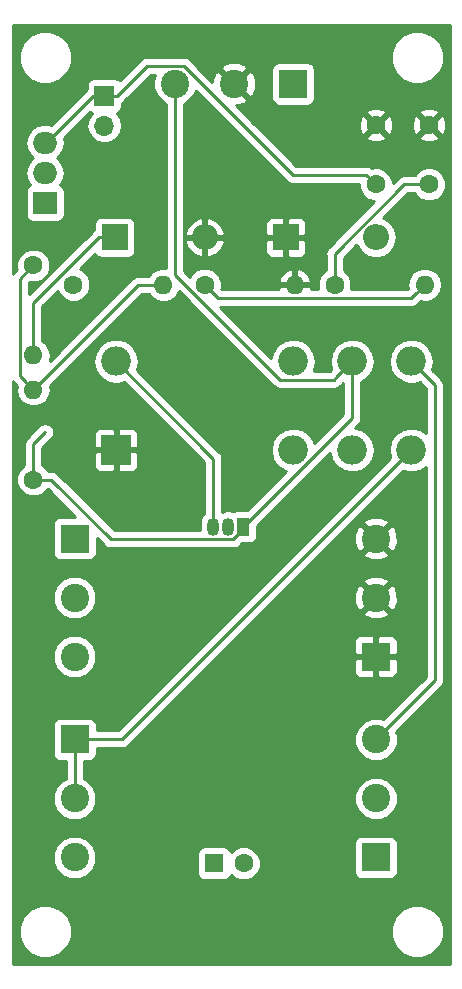
<source format=gbr>
G04 #@! TF.GenerationSoftware,KiCad,Pcbnew,(5.0.0)*
G04 #@! TF.CreationDate,2018-11-09T21:51:42+01:00*
G04 #@! TF.ProjectId,PSUCompanion,505355436F6D70616E696F6E2E6B6963,rev?*
G04 #@! TF.SameCoordinates,Original*
G04 #@! TF.FileFunction,Copper,L2,Bot,Signal*
G04 #@! TF.FilePolarity,Positive*
%FSLAX46Y46*%
G04 Gerber Fmt 4.6, Leading zero omitted, Abs format (unit mm)*
G04 Created by KiCad (PCBNEW (5.0.0)) date 11/09/18 21:51:42*
%MOMM*%
%LPD*%
G01*
G04 APERTURE LIST*
G04 #@! TA.AperFunction,ComponentPad*
%ADD10C,1.600000*%
G04 #@! TD*
G04 #@! TA.AperFunction,ComponentPad*
%ADD11O,1.600000X1.600000*%
G04 #@! TD*
G04 #@! TA.AperFunction,ComponentPad*
%ADD12C,2.400000*%
G04 #@! TD*
G04 #@! TA.AperFunction,ComponentPad*
%ADD13R,2.400000X2.400000*%
G04 #@! TD*
G04 #@! TA.AperFunction,ComponentPad*
%ADD14R,2.000000X1.905000*%
G04 #@! TD*
G04 #@! TA.AperFunction,ComponentPad*
%ADD15O,2.000000X1.905000*%
G04 #@! TD*
G04 #@! TA.AperFunction,ComponentPad*
%ADD16R,2.500000X2.500000*%
G04 #@! TD*
G04 #@! TA.AperFunction,ComponentPad*
%ADD17O,2.500000X2.500000*%
G04 #@! TD*
G04 #@! TA.AperFunction,ComponentPad*
%ADD18R,1.600000X1.600000*%
G04 #@! TD*
G04 #@! TA.AperFunction,ComponentPad*
%ADD19O,1.050000X1.500000*%
G04 #@! TD*
G04 #@! TA.AperFunction,ComponentPad*
%ADD20R,1.050000X1.500000*%
G04 #@! TD*
G04 #@! TA.AperFunction,ComponentPad*
%ADD21R,2.200000X2.200000*%
G04 #@! TD*
G04 #@! TA.AperFunction,ComponentPad*
%ADD22O,2.200000X2.200000*%
G04 #@! TD*
G04 #@! TA.AperFunction,ComponentPad*
%ADD23R,1.700000X1.700000*%
G04 #@! TD*
G04 #@! TA.AperFunction,ComponentPad*
%ADD24O,1.700000X1.700000*%
G04 #@! TD*
G04 #@! TA.AperFunction,Conductor*
%ADD25C,0.250000*%
G04 #@! TD*
G04 #@! TA.AperFunction,Conductor*
%ADD26C,0.254000*%
G04 #@! TD*
G04 APERTURE END LIST*
D10*
G04 #@! TO.P,R3,1*
G04 #@! TO.N,Net-(Q1-Pad2)*
X23380000Y-40000000D03*
D11*
G04 #@! TO.P,R3,2*
G04 #@! TO.N,Net-(C3-Pad1)*
X31000000Y-40000000D03*
G04 #@! TD*
G04 #@! TO.P,R2,2*
G04 #@! TO.N,Net-(D1-Pad1)*
X20000000Y-46000000D03*
D10*
G04 #@! TO.P,R2,1*
G04 #@! TO.N,Net-(C3-Pad1)*
X20000000Y-38380000D03*
G04 #@! TD*
D12*
G04 #@! TO.P,J3,3*
G04 #@! TO.N,/+12_out*
X23500000Y-88500000D03*
G04 #@! TO.P,J3,2*
X23500000Y-83500000D03*
D13*
G04 #@! TO.P,J3,1*
X23500000Y-78500000D03*
G04 #@! TD*
D14*
G04 #@! TO.P,U1,1*
G04 #@! TO.N,Net-(R4-Pad1)*
X21000000Y-33080000D03*
D15*
G04 #@! TO.P,U1,2*
G04 #@! TO.N,/+5_out*
X21000000Y-30540000D03*
G04 #@! TO.P,U1,3*
G04 #@! TO.N,Net-(C1-Pad1)*
X21000000Y-28000000D03*
G04 #@! TD*
D12*
G04 #@! TO.P,J2,3*
G04 #@! TO.N,/+5_out*
X23500000Y-71500000D03*
G04 #@! TO.P,J2,2*
X23500000Y-66500000D03*
D13*
G04 #@! TO.P,J2,1*
X23500000Y-61500000D03*
G04 #@! TD*
D12*
G04 #@! TO.P,J4,3*
G04 #@! TO.N,/COM*
X49000000Y-61500000D03*
G04 #@! TO.P,J4,2*
X49000000Y-66500000D03*
D13*
G04 #@! TO.P,J4,1*
X49000000Y-71500000D03*
G04 #@! TD*
D12*
G04 #@! TO.P,J5,3*
G04 #@! TO.N,/-12_out*
X49000000Y-78500000D03*
G04 #@! TO.P,J5,2*
X49000000Y-83500000D03*
D13*
G04 #@! TO.P,J5,1*
X49000000Y-88500000D03*
G04 #@! TD*
D12*
G04 #@! TO.P,J1,3*
G04 #@! TO.N,/-12_in*
X32000000Y-23000000D03*
G04 #@! TO.P,J1,2*
G04 #@! TO.N,/COM*
X37000000Y-23000000D03*
D13*
G04 #@! TO.P,J1,1*
G04 #@! TO.N,/+12_in*
X42000000Y-23000000D03*
G04 #@! TD*
D16*
G04 #@! TO.P,RL1,1*
G04 #@! TO.N,/COM*
X27000000Y-54000000D03*
D17*
G04 #@! TO.P,RL1,2*
G04 #@! TO.N,N/C*
X42000000Y-54000000D03*
G04 #@! TO.P,RL1,3*
G04 #@! TO.N,/+12_in*
X47000000Y-54000000D03*
G04 #@! TO.P,RL1,4*
G04 #@! TO.N,/+12_out*
X52000000Y-54000000D03*
G04 #@! TO.P,RL1,5*
G04 #@! TO.N,/-12_out*
X52000000Y-46500000D03*
G04 #@! TO.P,RL1,6*
G04 #@! TO.N,/-12_in*
X47000000Y-46500000D03*
G04 #@! TO.P,RL1,7*
G04 #@! TO.N,N/C*
X42000000Y-46500000D03*
G04 #@! TO.P,RL1,8*
G04 #@! TO.N,Net-(D2-Pad2)*
X27000000Y-46500000D03*
G04 #@! TD*
D18*
G04 #@! TO.P,C3,1*
G04 #@! TO.N,Net-(C3-Pad1)*
X35300000Y-89000000D03*
D10*
G04 #@! TO.P,C3,2*
G04 #@! TO.N,/-12_in*
X37800000Y-89000000D03*
G04 #@! TD*
D19*
G04 #@! TO.P,Q1,2*
G04 #@! TO.N,Net-(Q1-Pad2)*
X36500000Y-60500000D03*
G04 #@! TO.P,Q1,3*
G04 #@! TO.N,Net-(D2-Pad2)*
X35230000Y-60500000D03*
D20*
G04 #@! TO.P,Q1,1*
G04 #@! TO.N,/-12_in*
X37770000Y-60500000D03*
G04 #@! TD*
D10*
G04 #@! TO.P,C1,1*
G04 #@! TO.N,Net-(C1-Pad1)*
X49000000Y-31500000D03*
G04 #@! TO.P,C1,2*
G04 #@! TO.N,/COM*
X49000000Y-26500000D03*
G04 #@! TD*
G04 #@! TO.P,C2,2*
G04 #@! TO.N,/COM*
X53500000Y-26500000D03*
G04 #@! TO.P,C2,1*
G04 #@! TO.N,/+5_out*
X53500000Y-31500000D03*
G04 #@! TD*
D21*
G04 #@! TO.P,D1,1*
G04 #@! TO.N,Net-(D1-Pad1)*
X26880000Y-36000000D03*
D22*
G04 #@! TO.P,D1,2*
G04 #@! TO.N,/COM*
X34500000Y-36000000D03*
G04 #@! TD*
G04 #@! TO.P,D2,2*
G04 #@! TO.N,Net-(D2-Pad2)*
X49000000Y-36000000D03*
D21*
G04 #@! TO.P,D2,1*
G04 #@! TO.N,/COM*
X41380000Y-36000000D03*
G04 #@! TD*
D11*
G04 #@! TO.P,R1,2*
G04 #@! TO.N,Net-(C3-Pad1)*
X20000000Y-48880000D03*
D10*
G04 #@! TO.P,R1,1*
G04 #@! TO.N,/-12_in*
X20000000Y-56500000D03*
G04 #@! TD*
G04 #@! TO.P,R4,1*
G04 #@! TO.N,Net-(R4-Pad1)*
X34500000Y-40000000D03*
D11*
G04 #@! TO.P,R4,2*
G04 #@! TO.N,/COM*
X42120000Y-40000000D03*
G04 #@! TD*
D10*
G04 #@! TO.P,R5,1*
G04 #@! TO.N,/+5_out*
X45500000Y-40000000D03*
D11*
G04 #@! TO.P,R5,2*
G04 #@! TO.N,Net-(R4-Pad1)*
X53120000Y-40000000D03*
G04 #@! TD*
D23*
G04 #@! TO.P,J6,1*
G04 #@! TO.N,Net-(C1-Pad1)*
X26000000Y-24000000D03*
D24*
G04 #@! TO.P,J6,2*
G04 #@! TO.N,/+12_out*
X26000000Y-26540000D03*
G04 #@! TD*
D25*
G04 #@! TO.N,/+5_out*
X51390998Y-31500000D02*
X53500000Y-31500000D01*
X45500000Y-37390998D02*
X51390998Y-31500000D01*
X45500000Y-40000000D02*
X45500000Y-37390998D01*
G04 #@! TO.N,Net-(C3-Pad1)*
X19200001Y-48080001D02*
X20000000Y-48880000D01*
X18874999Y-47754999D02*
X19200001Y-48080001D01*
X18874999Y-39505001D02*
X18874999Y-47754999D01*
X20000000Y-38380000D02*
X18874999Y-39505001D01*
X28880000Y-40000000D02*
X31000000Y-40000000D01*
X20000000Y-48880000D02*
X28880000Y-40000000D01*
G04 #@! TO.N,Net-(D1-Pad1)*
X25530000Y-36000000D02*
X26880000Y-36000000D01*
X20000000Y-41530000D02*
X25530000Y-36000000D01*
X20000000Y-46000000D02*
X20000000Y-41530000D01*
G04 #@! TO.N,Net-(D2-Pad2)*
X35230000Y-54730000D02*
X27000000Y-46500000D01*
X35230000Y-60500000D02*
X35230000Y-54730000D01*
G04 #@! TO.N,/+12_out*
X23500000Y-78500000D02*
X23500000Y-83500000D01*
X27500000Y-78500000D02*
X52000000Y-54000000D01*
X23500000Y-78500000D02*
X27500000Y-78500000D01*
G04 #@! TO.N,Net-(R4-Pad1)*
X52320001Y-40799999D02*
X53120000Y-40000000D01*
X51994999Y-41125001D02*
X52320001Y-40799999D01*
X35625001Y-41125001D02*
X51994999Y-41125001D01*
X34500000Y-40000000D02*
X35625001Y-41125001D01*
G04 #@! TO.N,/-12_in*
X20000000Y-53500000D02*
X20000000Y-56500000D01*
X21000000Y-52500000D02*
X20000000Y-53500000D01*
X21131370Y-56500000D02*
X20000000Y-56500000D01*
X21485002Y-56500000D02*
X21131370Y-56500000D01*
X26560012Y-61575010D02*
X21485002Y-56500000D01*
X36919990Y-61575010D02*
X26560012Y-61575010D01*
X37770000Y-60725000D02*
X36919990Y-61575010D01*
X37770000Y-60500000D02*
X37770000Y-60725000D01*
X47000000Y-51270000D02*
X37770000Y-60500000D01*
X47000000Y-46500000D02*
X47000000Y-51270000D01*
X45750001Y-47749999D02*
X47000000Y-46500000D01*
X45424999Y-48075001D02*
X45750001Y-47749999D01*
X40909999Y-48075001D02*
X45424999Y-48075001D01*
X32000000Y-39165002D02*
X40909999Y-48075001D01*
X32000000Y-23000000D02*
X32000000Y-39165002D01*
G04 #@! TO.N,/-12_out*
X50199999Y-77300001D02*
X49000000Y-78500000D01*
X54000000Y-73500000D02*
X50199999Y-77300001D01*
X54000000Y-48500000D02*
X54000000Y-73500000D01*
X52000000Y-46500000D02*
X54000000Y-48500000D01*
G04 #@! TO.N,Net-(C1-Pad1)*
X25047500Y-24000000D02*
X26000000Y-24000000D01*
X21047500Y-28000000D02*
X25047500Y-24000000D01*
X21000000Y-28000000D02*
X21047500Y-28000000D01*
X27100000Y-24000000D02*
X26000000Y-24000000D01*
X29625001Y-21474999D02*
X27100000Y-24000000D01*
X32732001Y-21474999D02*
X29625001Y-21474999D01*
X41957003Y-30700001D02*
X32732001Y-21474999D01*
X48200001Y-30700001D02*
X41957003Y-30700001D01*
X49000000Y-31500000D02*
X48200001Y-30700001D01*
G04 #@! TD*
D26*
G04 #@! TO.N,/COM*
G36*
X55265001Y-97515000D02*
X18235000Y-97515000D01*
X18235000Y-94305431D01*
X18765000Y-94305431D01*
X18765000Y-95194569D01*
X19105259Y-96016026D01*
X19733974Y-96644741D01*
X20555431Y-96985000D01*
X21444569Y-96985000D01*
X22266026Y-96644741D01*
X22894741Y-96016026D01*
X23235000Y-95194569D01*
X23235000Y-94305431D01*
X50265000Y-94305431D01*
X50265000Y-95194569D01*
X50605259Y-96016026D01*
X51233974Y-96644741D01*
X52055431Y-96985000D01*
X52944569Y-96985000D01*
X53766026Y-96644741D01*
X54394741Y-96016026D01*
X54735000Y-95194569D01*
X54735000Y-94305431D01*
X54394741Y-93483974D01*
X53766026Y-92855259D01*
X52944569Y-92515000D01*
X52055431Y-92515000D01*
X51233974Y-92855259D01*
X50605259Y-93483974D01*
X50265000Y-94305431D01*
X23235000Y-94305431D01*
X22894741Y-93483974D01*
X22266026Y-92855259D01*
X21444569Y-92515000D01*
X20555431Y-92515000D01*
X19733974Y-92855259D01*
X19105259Y-93483974D01*
X18765000Y-94305431D01*
X18235000Y-94305431D01*
X18235000Y-88134996D01*
X21665000Y-88134996D01*
X21665000Y-88865004D01*
X21944362Y-89539444D01*
X22460556Y-90055638D01*
X23134996Y-90335000D01*
X23865004Y-90335000D01*
X24539444Y-90055638D01*
X25055638Y-89539444D01*
X25335000Y-88865004D01*
X25335000Y-88200000D01*
X33852560Y-88200000D01*
X33852560Y-89800000D01*
X33901843Y-90047765D01*
X34042191Y-90257809D01*
X34252235Y-90398157D01*
X34500000Y-90447440D01*
X36100000Y-90447440D01*
X36347765Y-90398157D01*
X36557809Y-90257809D01*
X36698157Y-90047765D01*
X36718101Y-89947497D01*
X36987138Y-90216534D01*
X37514561Y-90435000D01*
X38085439Y-90435000D01*
X38612862Y-90216534D01*
X39016534Y-89812862D01*
X39235000Y-89285439D01*
X39235000Y-88714561D01*
X39016534Y-88187138D01*
X38612862Y-87783466D01*
X38085439Y-87565000D01*
X37514561Y-87565000D01*
X36987138Y-87783466D01*
X36718101Y-88052503D01*
X36698157Y-87952235D01*
X36557809Y-87742191D01*
X36347765Y-87601843D01*
X36100000Y-87552560D01*
X34500000Y-87552560D01*
X34252235Y-87601843D01*
X34042191Y-87742191D01*
X33901843Y-87952235D01*
X33852560Y-88200000D01*
X25335000Y-88200000D01*
X25335000Y-88134996D01*
X25055638Y-87460556D01*
X24895082Y-87300000D01*
X47152560Y-87300000D01*
X47152560Y-89700000D01*
X47201843Y-89947765D01*
X47342191Y-90157809D01*
X47552235Y-90298157D01*
X47800000Y-90347440D01*
X50200000Y-90347440D01*
X50447765Y-90298157D01*
X50657809Y-90157809D01*
X50798157Y-89947765D01*
X50847440Y-89700000D01*
X50847440Y-87300000D01*
X50798157Y-87052235D01*
X50657809Y-86842191D01*
X50447765Y-86701843D01*
X50200000Y-86652560D01*
X47800000Y-86652560D01*
X47552235Y-86701843D01*
X47342191Y-86842191D01*
X47201843Y-87052235D01*
X47152560Y-87300000D01*
X24895082Y-87300000D01*
X24539444Y-86944362D01*
X23865004Y-86665000D01*
X23134996Y-86665000D01*
X22460556Y-86944362D01*
X21944362Y-87460556D01*
X21665000Y-88134996D01*
X18235000Y-88134996D01*
X18235000Y-77300000D01*
X21652560Y-77300000D01*
X21652560Y-79700000D01*
X21701843Y-79947765D01*
X21842191Y-80157809D01*
X22052235Y-80298157D01*
X22300000Y-80347440D01*
X22740000Y-80347440D01*
X22740001Y-81828612D01*
X22460556Y-81944362D01*
X21944362Y-82460556D01*
X21665000Y-83134996D01*
X21665000Y-83865004D01*
X21944362Y-84539444D01*
X22460556Y-85055638D01*
X23134996Y-85335000D01*
X23865004Y-85335000D01*
X24539444Y-85055638D01*
X25055638Y-84539444D01*
X25335000Y-83865004D01*
X25335000Y-83134996D01*
X47165000Y-83134996D01*
X47165000Y-83865004D01*
X47444362Y-84539444D01*
X47960556Y-85055638D01*
X48634996Y-85335000D01*
X49365004Y-85335000D01*
X50039444Y-85055638D01*
X50555638Y-84539444D01*
X50835000Y-83865004D01*
X50835000Y-83134996D01*
X50555638Y-82460556D01*
X50039444Y-81944362D01*
X49365004Y-81665000D01*
X48634996Y-81665000D01*
X47960556Y-81944362D01*
X47444362Y-82460556D01*
X47165000Y-83134996D01*
X25335000Y-83134996D01*
X25055638Y-82460556D01*
X24539444Y-81944362D01*
X24260000Y-81828613D01*
X24260000Y-80347440D01*
X24700000Y-80347440D01*
X24947765Y-80298157D01*
X25157809Y-80157809D01*
X25298157Y-79947765D01*
X25347440Y-79700000D01*
X25347440Y-79260000D01*
X27425153Y-79260000D01*
X27500000Y-79274888D01*
X27574847Y-79260000D01*
X27574852Y-79260000D01*
X27796537Y-79215904D01*
X28047929Y-79047929D01*
X28090331Y-78984470D01*
X35289051Y-71785750D01*
X47165000Y-71785750D01*
X47165000Y-72826309D01*
X47261673Y-73059698D01*
X47440301Y-73238327D01*
X47673690Y-73335000D01*
X48714250Y-73335000D01*
X48873000Y-73176250D01*
X48873000Y-71627000D01*
X49127000Y-71627000D01*
X49127000Y-73176250D01*
X49285750Y-73335000D01*
X50326310Y-73335000D01*
X50559699Y-73238327D01*
X50738327Y-73059698D01*
X50835000Y-72826309D01*
X50835000Y-71785750D01*
X50676250Y-71627000D01*
X49127000Y-71627000D01*
X48873000Y-71627000D01*
X47323750Y-71627000D01*
X47165000Y-71785750D01*
X35289051Y-71785750D01*
X36901110Y-70173691D01*
X47165000Y-70173691D01*
X47165000Y-71214250D01*
X47323750Y-71373000D01*
X48873000Y-71373000D01*
X48873000Y-69823750D01*
X49127000Y-69823750D01*
X49127000Y-71373000D01*
X50676250Y-71373000D01*
X50835000Y-71214250D01*
X50835000Y-70173691D01*
X50738327Y-69940302D01*
X50559699Y-69761673D01*
X50326310Y-69665000D01*
X49285750Y-69665000D01*
X49127000Y-69823750D01*
X48873000Y-69823750D01*
X48714250Y-69665000D01*
X47673690Y-69665000D01*
X47440301Y-69761673D01*
X47261673Y-69940302D01*
X47165000Y-70173691D01*
X36901110Y-70173691D01*
X39277626Y-67797175D01*
X47882430Y-67797175D01*
X48005565Y-68084788D01*
X48687734Y-68344707D01*
X49417443Y-68323786D01*
X49994435Y-68084788D01*
X50117570Y-67797175D01*
X49000000Y-66679605D01*
X47882430Y-67797175D01*
X39277626Y-67797175D01*
X40887067Y-66187734D01*
X47155293Y-66187734D01*
X47176214Y-66917443D01*
X47415212Y-67494435D01*
X47702825Y-67617570D01*
X48820395Y-66500000D01*
X49179605Y-66500000D01*
X50297175Y-67617570D01*
X50584788Y-67494435D01*
X50844707Y-66812266D01*
X50823786Y-66082557D01*
X50584788Y-65505565D01*
X50297175Y-65382430D01*
X49179605Y-66500000D01*
X48820395Y-66500000D01*
X47702825Y-65382430D01*
X47415212Y-65505565D01*
X47155293Y-66187734D01*
X40887067Y-66187734D01*
X41871976Y-65202825D01*
X47882430Y-65202825D01*
X49000000Y-66320395D01*
X50117570Y-65202825D01*
X49994435Y-64915212D01*
X49312266Y-64655293D01*
X48582557Y-64676214D01*
X48005565Y-64915212D01*
X47882430Y-65202825D01*
X41871976Y-65202825D01*
X44277626Y-62797175D01*
X47882430Y-62797175D01*
X48005565Y-63084788D01*
X48687734Y-63344707D01*
X49417443Y-63323786D01*
X49994435Y-63084788D01*
X50117570Y-62797175D01*
X49000000Y-61679605D01*
X47882430Y-62797175D01*
X44277626Y-62797175D01*
X45887067Y-61187734D01*
X47155293Y-61187734D01*
X47176214Y-61917443D01*
X47415212Y-62494435D01*
X47702825Y-62617570D01*
X48820395Y-61500000D01*
X49179605Y-61500000D01*
X50297175Y-62617570D01*
X50584788Y-62494435D01*
X50844707Y-61812266D01*
X50823786Y-61082557D01*
X50584788Y-60505565D01*
X50297175Y-60382430D01*
X49179605Y-61500000D01*
X48820395Y-61500000D01*
X47702825Y-60382430D01*
X47415212Y-60505565D01*
X47155293Y-61187734D01*
X45887067Y-61187734D01*
X46871976Y-60202825D01*
X47882430Y-60202825D01*
X49000000Y-61320395D01*
X50117570Y-60202825D01*
X49994435Y-59915212D01*
X49312266Y-59655293D01*
X48582557Y-59676214D01*
X48005565Y-59915212D01*
X47882430Y-60202825D01*
X46871976Y-60202825D01*
X51293420Y-55781382D01*
X51814345Y-55885000D01*
X52185655Y-55885000D01*
X52735490Y-55775631D01*
X53240000Y-55438528D01*
X53240001Y-73185197D01*
X49715529Y-76709670D01*
X49715526Y-76709672D01*
X49644448Y-76780750D01*
X49365004Y-76665000D01*
X48634996Y-76665000D01*
X47960556Y-76944362D01*
X47444362Y-77460556D01*
X47165000Y-78134996D01*
X47165000Y-78865004D01*
X47444362Y-79539444D01*
X47960556Y-80055638D01*
X48634996Y-80335000D01*
X49365004Y-80335000D01*
X50039444Y-80055638D01*
X50555638Y-79539444D01*
X50835000Y-78865004D01*
X50835000Y-78134996D01*
X50719250Y-77855552D01*
X50790328Y-77784474D01*
X50790330Y-77784471D01*
X54484473Y-74090329D01*
X54547929Y-74047929D01*
X54715904Y-73796537D01*
X54760000Y-73574852D01*
X54760000Y-73574847D01*
X54774888Y-73500000D01*
X54760000Y-73425153D01*
X54760000Y-48574846D01*
X54774888Y-48499999D01*
X54760000Y-48425152D01*
X54760000Y-48425148D01*
X54715904Y-48203463D01*
X54547929Y-47952071D01*
X54484473Y-47909671D01*
X53781382Y-47206580D01*
X53921929Y-46500000D01*
X53775631Y-45764510D01*
X53359009Y-45140991D01*
X52735490Y-44724369D01*
X52185655Y-44615000D01*
X51814345Y-44615000D01*
X51264510Y-44724369D01*
X50640991Y-45140991D01*
X50224369Y-45764510D01*
X50078071Y-46500000D01*
X50224369Y-47235490D01*
X50640991Y-47859009D01*
X51264510Y-48275631D01*
X51814345Y-48385000D01*
X52185655Y-48385000D01*
X52706580Y-48281382D01*
X53240000Y-48814802D01*
X53240000Y-52561472D01*
X52735490Y-52224369D01*
X52185655Y-52115000D01*
X51814345Y-52115000D01*
X51264510Y-52224369D01*
X50640991Y-52640991D01*
X50224369Y-53264510D01*
X50078071Y-54000000D01*
X50218618Y-54706580D01*
X27185199Y-77740000D01*
X25347440Y-77740000D01*
X25347440Y-77300000D01*
X25298157Y-77052235D01*
X25157809Y-76842191D01*
X24947765Y-76701843D01*
X24700000Y-76652560D01*
X22300000Y-76652560D01*
X22052235Y-76701843D01*
X21842191Y-76842191D01*
X21701843Y-77052235D01*
X21652560Y-77300000D01*
X18235000Y-77300000D01*
X18235000Y-71134996D01*
X21665000Y-71134996D01*
X21665000Y-71865004D01*
X21944362Y-72539444D01*
X22460556Y-73055638D01*
X23134996Y-73335000D01*
X23865004Y-73335000D01*
X24539444Y-73055638D01*
X25055638Y-72539444D01*
X25335000Y-71865004D01*
X25335000Y-71134996D01*
X25055638Y-70460556D01*
X24539444Y-69944362D01*
X23865004Y-69665000D01*
X23134996Y-69665000D01*
X22460556Y-69944362D01*
X21944362Y-70460556D01*
X21665000Y-71134996D01*
X18235000Y-71134996D01*
X18235000Y-66134996D01*
X21665000Y-66134996D01*
X21665000Y-66865004D01*
X21944362Y-67539444D01*
X22460556Y-68055638D01*
X23134996Y-68335000D01*
X23865004Y-68335000D01*
X24539444Y-68055638D01*
X25055638Y-67539444D01*
X25335000Y-66865004D01*
X25335000Y-66134996D01*
X25055638Y-65460556D01*
X24539444Y-64944362D01*
X23865004Y-64665000D01*
X23134996Y-64665000D01*
X22460556Y-64944362D01*
X21944362Y-65460556D01*
X21665000Y-66134996D01*
X18235000Y-66134996D01*
X18235000Y-48165135D01*
X18260611Y-48203463D01*
X18327071Y-48302928D01*
X18390527Y-48345328D01*
X18601312Y-48556113D01*
X18536887Y-48880000D01*
X18648260Y-49439909D01*
X18965423Y-49914577D01*
X19440091Y-50231740D01*
X19858667Y-50315000D01*
X20141333Y-50315000D01*
X20559909Y-50231740D01*
X21034577Y-49914577D01*
X21351740Y-49439909D01*
X21463113Y-48880000D01*
X21398688Y-48556113D01*
X29194803Y-40760000D01*
X29781957Y-40760000D01*
X29965423Y-41034577D01*
X30440091Y-41351740D01*
X30858667Y-41435000D01*
X31141333Y-41435000D01*
X31559909Y-41351740D01*
X32034577Y-41034577D01*
X32339069Y-40578872D01*
X40319672Y-48559477D01*
X40362070Y-48622930D01*
X40425523Y-48665328D01*
X40425525Y-48665330D01*
X40550901Y-48749103D01*
X40613462Y-48790905D01*
X40835147Y-48835001D01*
X40835151Y-48835001D01*
X40909998Y-48849889D01*
X40984845Y-48835001D01*
X45350152Y-48835001D01*
X45424999Y-48849889D01*
X45499846Y-48835001D01*
X45499851Y-48835001D01*
X45721536Y-48790905D01*
X45972928Y-48622930D01*
X46015330Y-48559471D01*
X46240000Y-48334801D01*
X46240001Y-50955197D01*
X43801357Y-53393842D01*
X43775631Y-53264510D01*
X43359009Y-52640991D01*
X42735490Y-52224369D01*
X42185655Y-52115000D01*
X41814345Y-52115000D01*
X41264510Y-52224369D01*
X40640991Y-52640991D01*
X40224369Y-53264510D01*
X40078071Y-54000000D01*
X40224369Y-54735490D01*
X40640991Y-55359009D01*
X41264510Y-55775631D01*
X41393842Y-55801357D01*
X38092639Y-59102560D01*
X37245000Y-59102560D01*
X36997235Y-59151843D01*
X36951867Y-59182157D01*
X36500000Y-59092275D01*
X36047392Y-59182305D01*
X35990000Y-59220653D01*
X35990000Y-54804848D01*
X36004888Y-54730000D01*
X35990000Y-54655152D01*
X35990000Y-54655148D01*
X35945904Y-54433463D01*
X35777929Y-54182071D01*
X35714473Y-54139671D01*
X28781381Y-47206580D01*
X28921929Y-46500000D01*
X28775631Y-45764510D01*
X28359009Y-45140991D01*
X27735490Y-44724369D01*
X27185655Y-44615000D01*
X26814345Y-44615000D01*
X26264510Y-44724369D01*
X25640991Y-45140991D01*
X25224369Y-45764510D01*
X25078071Y-46500000D01*
X25224369Y-47235490D01*
X25640991Y-47859009D01*
X26264510Y-48275631D01*
X26814345Y-48385000D01*
X27185655Y-48385000D01*
X27706580Y-48281381D01*
X34470001Y-55044803D01*
X34470000Y-59387697D01*
X34393688Y-59438687D01*
X34137305Y-59822391D01*
X34070000Y-60160754D01*
X34070000Y-60815010D01*
X26874814Y-60815010D01*
X22075333Y-56015530D01*
X22032931Y-55952071D01*
X21781539Y-55784096D01*
X21559854Y-55740000D01*
X21559849Y-55740000D01*
X21485002Y-55725112D01*
X21410155Y-55740000D01*
X21238430Y-55740000D01*
X21216534Y-55687138D01*
X20812862Y-55283466D01*
X20760000Y-55261570D01*
X20760000Y-54285750D01*
X25115000Y-54285750D01*
X25115000Y-55376309D01*
X25211673Y-55609698D01*
X25390301Y-55788327D01*
X25623690Y-55885000D01*
X26714250Y-55885000D01*
X26873000Y-55726250D01*
X26873000Y-54127000D01*
X27127000Y-54127000D01*
X27127000Y-55726250D01*
X27285750Y-55885000D01*
X28376310Y-55885000D01*
X28609699Y-55788327D01*
X28788327Y-55609698D01*
X28885000Y-55376309D01*
X28885000Y-54285750D01*
X28726250Y-54127000D01*
X27127000Y-54127000D01*
X26873000Y-54127000D01*
X25273750Y-54127000D01*
X25115000Y-54285750D01*
X20760000Y-54285750D01*
X20760000Y-53814801D01*
X21590329Y-52984473D01*
X21715904Y-52796537D01*
X21750284Y-52623691D01*
X25115000Y-52623691D01*
X25115000Y-53714250D01*
X25273750Y-53873000D01*
X26873000Y-53873000D01*
X26873000Y-52273750D01*
X27127000Y-52273750D01*
X27127000Y-53873000D01*
X28726250Y-53873000D01*
X28885000Y-53714250D01*
X28885000Y-52623691D01*
X28788327Y-52390302D01*
X28609699Y-52211673D01*
X28376310Y-52115000D01*
X27285750Y-52115000D01*
X27127000Y-52273750D01*
X26873000Y-52273750D01*
X26714250Y-52115000D01*
X25623690Y-52115000D01*
X25390301Y-52211673D01*
X25211673Y-52390302D01*
X25115000Y-52623691D01*
X21750284Y-52623691D01*
X21774888Y-52500000D01*
X21715904Y-52203463D01*
X21547929Y-51952071D01*
X21296537Y-51784096D01*
X21000000Y-51725112D01*
X20703463Y-51784096D01*
X20515527Y-51909671D01*
X19515530Y-52909669D01*
X19452071Y-52952071D01*
X19284096Y-53203464D01*
X19240000Y-53425149D01*
X19240000Y-53425153D01*
X19225112Y-53500000D01*
X19240000Y-53574847D01*
X19240001Y-55261570D01*
X19187138Y-55283466D01*
X18783466Y-55687138D01*
X18565000Y-56214561D01*
X18565000Y-56785439D01*
X18783466Y-57312862D01*
X19187138Y-57716534D01*
X19714561Y-57935000D01*
X20285439Y-57935000D01*
X20812862Y-57716534D01*
X21216534Y-57312862D01*
X21218446Y-57308245D01*
X23562760Y-59652560D01*
X22300000Y-59652560D01*
X22052235Y-59701843D01*
X21842191Y-59842191D01*
X21701843Y-60052235D01*
X21652560Y-60300000D01*
X21652560Y-62700000D01*
X21701843Y-62947765D01*
X21842191Y-63157809D01*
X22052235Y-63298157D01*
X22300000Y-63347440D01*
X24700000Y-63347440D01*
X24947765Y-63298157D01*
X25157809Y-63157809D01*
X25298157Y-62947765D01*
X25347440Y-62700000D01*
X25347440Y-61437240D01*
X25969683Y-62059483D01*
X26012083Y-62122939D01*
X26263475Y-62290914D01*
X26485160Y-62335010D01*
X26485165Y-62335010D01*
X26560012Y-62349898D01*
X26634859Y-62335010D01*
X36845143Y-62335010D01*
X36919990Y-62349898D01*
X36994837Y-62335010D01*
X36994842Y-62335010D01*
X37216527Y-62290914D01*
X37467919Y-62122939D01*
X37510321Y-62059480D01*
X37672361Y-61897440D01*
X38295000Y-61897440D01*
X38542765Y-61848157D01*
X38752809Y-61707809D01*
X38893157Y-61497765D01*
X38942440Y-61250000D01*
X38942440Y-60402361D01*
X45122324Y-54222477D01*
X45224369Y-54735490D01*
X45640991Y-55359009D01*
X46264510Y-55775631D01*
X46814345Y-55885000D01*
X47185655Y-55885000D01*
X47735490Y-55775631D01*
X48359009Y-55359009D01*
X48775631Y-54735490D01*
X48921929Y-54000000D01*
X48775631Y-53264510D01*
X48359009Y-52640991D01*
X47735490Y-52224369D01*
X47222478Y-52122324D01*
X47484473Y-51860329D01*
X47547929Y-51817929D01*
X47715904Y-51566537D01*
X47760000Y-51344852D01*
X47760000Y-51344848D01*
X47774888Y-51270001D01*
X47760000Y-51195154D01*
X47760000Y-48259254D01*
X48359009Y-47859009D01*
X48775631Y-47235490D01*
X48921929Y-46500000D01*
X48775631Y-45764510D01*
X48359009Y-45140991D01*
X47735490Y-44724369D01*
X47185655Y-44615000D01*
X46814345Y-44615000D01*
X46264510Y-44724369D01*
X45640991Y-45140991D01*
X45224369Y-45764510D01*
X45078071Y-46500000D01*
X45218619Y-47206580D01*
X45110198Y-47315001D01*
X43722503Y-47315001D01*
X43775631Y-47235490D01*
X43921929Y-46500000D01*
X43775631Y-45764510D01*
X43359009Y-45140991D01*
X42735490Y-44724369D01*
X42185655Y-44615000D01*
X41814345Y-44615000D01*
X41264510Y-44724369D01*
X40640991Y-45140991D01*
X40224369Y-45764510D01*
X40133108Y-46223308D01*
X35794801Y-41885001D01*
X51920152Y-41885001D01*
X51994999Y-41899889D01*
X52069846Y-41885001D01*
X52069851Y-41885001D01*
X52291536Y-41840905D01*
X52542928Y-41672930D01*
X52585330Y-41609471D01*
X52796113Y-41398688D01*
X52978667Y-41435000D01*
X53261333Y-41435000D01*
X53679909Y-41351740D01*
X54154577Y-41034577D01*
X54471740Y-40559909D01*
X54583113Y-40000000D01*
X54471740Y-39440091D01*
X54154577Y-38965423D01*
X53679909Y-38648260D01*
X53261333Y-38565000D01*
X52978667Y-38565000D01*
X52560091Y-38648260D01*
X52085423Y-38965423D01*
X51768260Y-39440091D01*
X51656887Y-40000000D01*
X51721312Y-40323887D01*
X51680198Y-40365001D01*
X46902044Y-40365001D01*
X46935000Y-40285439D01*
X46935000Y-39714561D01*
X46716534Y-39187138D01*
X46312862Y-38783466D01*
X46260000Y-38761570D01*
X46260000Y-37705799D01*
X47352919Y-36612880D01*
X47365666Y-36676963D01*
X47749135Y-37250865D01*
X48323037Y-37634334D01*
X48829120Y-37735000D01*
X49170880Y-37735000D01*
X49676963Y-37634334D01*
X50250865Y-37250865D01*
X50634334Y-36676963D01*
X50768990Y-36000000D01*
X50634334Y-35323037D01*
X50250865Y-34749135D01*
X49676963Y-34365666D01*
X49612880Y-34352919D01*
X51705800Y-32260000D01*
X52261570Y-32260000D01*
X52283466Y-32312862D01*
X52687138Y-32716534D01*
X53214561Y-32935000D01*
X53785439Y-32935000D01*
X54312862Y-32716534D01*
X54716534Y-32312862D01*
X54935000Y-31785439D01*
X54935000Y-31214561D01*
X54716534Y-30687138D01*
X54312862Y-30283466D01*
X53785439Y-30065000D01*
X53214561Y-30065000D01*
X52687138Y-30283466D01*
X52283466Y-30687138D01*
X52261570Y-30740000D01*
X51465844Y-30740000D01*
X51390997Y-30725112D01*
X51316150Y-30740000D01*
X51316146Y-30740000D01*
X51094461Y-30784096D01*
X50843069Y-30952071D01*
X50800670Y-31015526D01*
X50435000Y-31381196D01*
X50435000Y-31214561D01*
X50216534Y-30687138D01*
X49812862Y-30283466D01*
X49285439Y-30065000D01*
X48714561Y-30065000D01*
X48654716Y-30089789D01*
X48496538Y-29984097D01*
X48274853Y-29940001D01*
X48274848Y-29940001D01*
X48200001Y-29925113D01*
X48125154Y-29940001D01*
X42271805Y-29940001D01*
X39839549Y-27507745D01*
X48171861Y-27507745D01*
X48245995Y-27753864D01*
X48783223Y-27946965D01*
X49353454Y-27919778D01*
X49754005Y-27753864D01*
X49828139Y-27507745D01*
X52671861Y-27507745D01*
X52745995Y-27753864D01*
X53283223Y-27946965D01*
X53853454Y-27919778D01*
X54254005Y-27753864D01*
X54328139Y-27507745D01*
X53500000Y-26679605D01*
X52671861Y-27507745D01*
X49828139Y-27507745D01*
X49000000Y-26679605D01*
X48171861Y-27507745D01*
X39839549Y-27507745D01*
X38615027Y-26283223D01*
X47553035Y-26283223D01*
X47580222Y-26853454D01*
X47746136Y-27254005D01*
X47992255Y-27328139D01*
X48820395Y-26500000D01*
X49179605Y-26500000D01*
X50007745Y-27328139D01*
X50253864Y-27254005D01*
X50446965Y-26716777D01*
X50426295Y-26283223D01*
X52053035Y-26283223D01*
X52080222Y-26853454D01*
X52246136Y-27254005D01*
X52492255Y-27328139D01*
X53320395Y-26500000D01*
X53679605Y-26500000D01*
X54507745Y-27328139D01*
X54753864Y-27254005D01*
X54946965Y-26716777D01*
X54919778Y-26146546D01*
X54753864Y-25745995D01*
X54507745Y-25671861D01*
X53679605Y-26500000D01*
X53320395Y-26500000D01*
X52492255Y-25671861D01*
X52246136Y-25745995D01*
X52053035Y-26283223D01*
X50426295Y-26283223D01*
X50419778Y-26146546D01*
X50253864Y-25745995D01*
X50007745Y-25671861D01*
X49179605Y-26500000D01*
X48820395Y-26500000D01*
X47992255Y-25671861D01*
X47746136Y-25745995D01*
X47553035Y-26283223D01*
X38615027Y-26283223D01*
X37824059Y-25492255D01*
X48171861Y-25492255D01*
X49000000Y-26320395D01*
X49828139Y-25492255D01*
X52671861Y-25492255D01*
X53500000Y-26320395D01*
X54328139Y-25492255D01*
X54254005Y-25246136D01*
X53716777Y-25053035D01*
X53146546Y-25080222D01*
X52745995Y-25246136D01*
X52671861Y-25492255D01*
X49828139Y-25492255D01*
X49754005Y-25246136D01*
X49216777Y-25053035D01*
X48646546Y-25080222D01*
X48245995Y-25246136D01*
X48171861Y-25492255D01*
X37824059Y-25492255D01*
X37162888Y-24831084D01*
X37417443Y-24823786D01*
X37994435Y-24584788D01*
X38117570Y-24297175D01*
X37000000Y-23179605D01*
X36985858Y-23193748D01*
X36806253Y-23014143D01*
X36820395Y-23000000D01*
X37179605Y-23000000D01*
X38297175Y-24117570D01*
X38584788Y-23994435D01*
X38844707Y-23312266D01*
X38823786Y-22582557D01*
X38584788Y-22005565D01*
X38297175Y-21882430D01*
X37179605Y-23000000D01*
X36820395Y-23000000D01*
X35702825Y-21882430D01*
X35415212Y-22005565D01*
X35155293Y-22687734D01*
X35159300Y-22827497D01*
X34034628Y-21702825D01*
X35882430Y-21702825D01*
X37000000Y-22820395D01*
X38020395Y-21800000D01*
X40152560Y-21800000D01*
X40152560Y-24200000D01*
X40201843Y-24447765D01*
X40342191Y-24657809D01*
X40552235Y-24798157D01*
X40800000Y-24847440D01*
X43200000Y-24847440D01*
X43447765Y-24798157D01*
X43657809Y-24657809D01*
X43798157Y-24447765D01*
X43847440Y-24200000D01*
X43847440Y-21800000D01*
X43798157Y-21552235D01*
X43657809Y-21342191D01*
X43447765Y-21201843D01*
X43200000Y-21152560D01*
X40800000Y-21152560D01*
X40552235Y-21201843D01*
X40342191Y-21342191D01*
X40201843Y-21552235D01*
X40152560Y-21800000D01*
X38020395Y-21800000D01*
X38117570Y-21702825D01*
X37994435Y-21415212D01*
X37312266Y-21155293D01*
X36582557Y-21176214D01*
X36005565Y-21415212D01*
X35882430Y-21702825D01*
X34034628Y-21702825D01*
X33322332Y-20990529D01*
X33279930Y-20927070D01*
X33028538Y-20759095D01*
X32806853Y-20714999D01*
X32806848Y-20714999D01*
X32732001Y-20700111D01*
X32657154Y-20714999D01*
X29699849Y-20714999D01*
X29625001Y-20700111D01*
X29550153Y-20714999D01*
X29550149Y-20714999D01*
X29376606Y-20749519D01*
X29328463Y-20759095D01*
X29141419Y-20884075D01*
X29077072Y-20927070D01*
X29034672Y-20990526D01*
X27317902Y-22707296D01*
X27307809Y-22692191D01*
X27097765Y-22551843D01*
X26850000Y-22502560D01*
X25150000Y-22502560D01*
X24902235Y-22551843D01*
X24692191Y-22692191D01*
X24551843Y-22902235D01*
X24502560Y-23150000D01*
X24502560Y-23450074D01*
X24499571Y-23452071D01*
X24457171Y-23515527D01*
X21501076Y-26471622D01*
X21203850Y-26412500D01*
X20796150Y-26412500D01*
X20333089Y-26504609D01*
X19807977Y-26855477D01*
X19457109Y-27380589D01*
X19333900Y-28000000D01*
X19457109Y-28619411D01*
X19807977Y-29144523D01*
X19995767Y-29270000D01*
X19807977Y-29395477D01*
X19457109Y-29920589D01*
X19333900Y-30540000D01*
X19457109Y-31159411D01*
X19719088Y-31551491D01*
X19542191Y-31669691D01*
X19401843Y-31879735D01*
X19352560Y-32127500D01*
X19352560Y-34032500D01*
X19401843Y-34280265D01*
X19542191Y-34490309D01*
X19752235Y-34630657D01*
X20000000Y-34679940D01*
X22000000Y-34679940D01*
X22247765Y-34630657D01*
X22457809Y-34490309D01*
X22598157Y-34280265D01*
X22647440Y-34032500D01*
X22647440Y-32127500D01*
X22598157Y-31879735D01*
X22457809Y-31669691D01*
X22280912Y-31551491D01*
X22542891Y-31159411D01*
X22666100Y-30540000D01*
X22542891Y-29920589D01*
X22192023Y-29395477D01*
X22004233Y-29270000D01*
X22192023Y-29144523D01*
X22542891Y-28619411D01*
X22666100Y-28000000D01*
X22575878Y-27546424D01*
X24765505Y-25356796D01*
X24902235Y-25448157D01*
X24947619Y-25457184D01*
X24929375Y-25469375D01*
X24601161Y-25960582D01*
X24485908Y-26540000D01*
X24601161Y-27119418D01*
X24929375Y-27610625D01*
X25420582Y-27938839D01*
X25853744Y-28025000D01*
X26146256Y-28025000D01*
X26579418Y-27938839D01*
X27070625Y-27610625D01*
X27398839Y-27119418D01*
X27514092Y-26540000D01*
X27398839Y-25960582D01*
X27070625Y-25469375D01*
X27052381Y-25457184D01*
X27097765Y-25448157D01*
X27307809Y-25307809D01*
X27448157Y-25097765D01*
X27497440Y-24850000D01*
X27497440Y-24648483D01*
X27647929Y-24547929D01*
X27690331Y-24484470D01*
X29939803Y-22234999D01*
X30330684Y-22234999D01*
X30165000Y-22634996D01*
X30165000Y-23365004D01*
X30444362Y-24039444D01*
X30960556Y-24555638D01*
X31240000Y-24671387D01*
X31240001Y-38584626D01*
X31141333Y-38565000D01*
X30858667Y-38565000D01*
X30440091Y-38648260D01*
X29965423Y-38965423D01*
X29781957Y-39240000D01*
X28954846Y-39240000D01*
X28879999Y-39225112D01*
X28805152Y-39240000D01*
X28805148Y-39240000D01*
X28583463Y-39284096D01*
X28583461Y-39284097D01*
X28583462Y-39284097D01*
X28395526Y-39409671D01*
X28395524Y-39409673D01*
X28332071Y-39452071D01*
X28289673Y-39515524D01*
X21378172Y-46427027D01*
X21463113Y-46000000D01*
X21351740Y-45440091D01*
X21034577Y-44965423D01*
X20760000Y-44781957D01*
X20760000Y-41844801D01*
X22054648Y-40550153D01*
X22163466Y-40812862D01*
X22567138Y-41216534D01*
X23094561Y-41435000D01*
X23665439Y-41435000D01*
X24192862Y-41216534D01*
X24596534Y-40812862D01*
X24815000Y-40285439D01*
X24815000Y-39714561D01*
X24596534Y-39187138D01*
X24192862Y-38783466D01*
X23930153Y-38674648D01*
X25211962Y-37392840D01*
X25322191Y-37557809D01*
X25532235Y-37698157D01*
X25780000Y-37747440D01*
X27980000Y-37747440D01*
X28227765Y-37698157D01*
X28437809Y-37557809D01*
X28578157Y-37347765D01*
X28627440Y-37100000D01*
X28627440Y-34900000D01*
X28578157Y-34652235D01*
X28437809Y-34442191D01*
X28227765Y-34301843D01*
X27980000Y-34252560D01*
X25780000Y-34252560D01*
X25532235Y-34301843D01*
X25322191Y-34442191D01*
X25181843Y-34652235D01*
X25132560Y-34900000D01*
X25132560Y-35351517D01*
X24982071Y-35452071D01*
X24939671Y-35515527D01*
X19634999Y-40820200D01*
X19634999Y-39819802D01*
X19661698Y-39793103D01*
X19714561Y-39815000D01*
X20285439Y-39815000D01*
X20812862Y-39596534D01*
X21216534Y-39192862D01*
X21435000Y-38665439D01*
X21435000Y-38094561D01*
X21216534Y-37567138D01*
X20812862Y-37163466D01*
X20285439Y-36945000D01*
X19714561Y-36945000D01*
X19187138Y-37163466D01*
X18783466Y-37567138D01*
X18565000Y-38094561D01*
X18565000Y-38665439D01*
X18586897Y-38718302D01*
X18390529Y-38914670D01*
X18327070Y-38957072D01*
X18235000Y-39094865D01*
X18235000Y-20305431D01*
X18765000Y-20305431D01*
X18765000Y-21194569D01*
X19105259Y-22016026D01*
X19733974Y-22644741D01*
X20555431Y-22985000D01*
X21444569Y-22985000D01*
X22266026Y-22644741D01*
X22894741Y-22016026D01*
X23235000Y-21194569D01*
X23235000Y-20305431D01*
X50265000Y-20305431D01*
X50265000Y-21194569D01*
X50605259Y-22016026D01*
X51233974Y-22644741D01*
X52055431Y-22985000D01*
X52944569Y-22985000D01*
X53766026Y-22644741D01*
X54394741Y-22016026D01*
X54735000Y-21194569D01*
X54735000Y-20305431D01*
X54394741Y-19483974D01*
X53766026Y-18855259D01*
X52944569Y-18515000D01*
X52055431Y-18515000D01*
X51233974Y-18855259D01*
X50605259Y-19483974D01*
X50265000Y-20305431D01*
X23235000Y-20305431D01*
X22894741Y-19483974D01*
X22266026Y-18855259D01*
X21444569Y-18515000D01*
X20555431Y-18515000D01*
X19733974Y-18855259D01*
X19105259Y-19483974D01*
X18765000Y-20305431D01*
X18235000Y-20305431D01*
X18235000Y-17985000D01*
X55265000Y-17985000D01*
X55265001Y-97515000D01*
X55265001Y-97515000D01*
G37*
X55265001Y-97515000D02*
X18235000Y-97515000D01*
X18235000Y-94305431D01*
X18765000Y-94305431D01*
X18765000Y-95194569D01*
X19105259Y-96016026D01*
X19733974Y-96644741D01*
X20555431Y-96985000D01*
X21444569Y-96985000D01*
X22266026Y-96644741D01*
X22894741Y-96016026D01*
X23235000Y-95194569D01*
X23235000Y-94305431D01*
X50265000Y-94305431D01*
X50265000Y-95194569D01*
X50605259Y-96016026D01*
X51233974Y-96644741D01*
X52055431Y-96985000D01*
X52944569Y-96985000D01*
X53766026Y-96644741D01*
X54394741Y-96016026D01*
X54735000Y-95194569D01*
X54735000Y-94305431D01*
X54394741Y-93483974D01*
X53766026Y-92855259D01*
X52944569Y-92515000D01*
X52055431Y-92515000D01*
X51233974Y-92855259D01*
X50605259Y-93483974D01*
X50265000Y-94305431D01*
X23235000Y-94305431D01*
X22894741Y-93483974D01*
X22266026Y-92855259D01*
X21444569Y-92515000D01*
X20555431Y-92515000D01*
X19733974Y-92855259D01*
X19105259Y-93483974D01*
X18765000Y-94305431D01*
X18235000Y-94305431D01*
X18235000Y-88134996D01*
X21665000Y-88134996D01*
X21665000Y-88865004D01*
X21944362Y-89539444D01*
X22460556Y-90055638D01*
X23134996Y-90335000D01*
X23865004Y-90335000D01*
X24539444Y-90055638D01*
X25055638Y-89539444D01*
X25335000Y-88865004D01*
X25335000Y-88200000D01*
X33852560Y-88200000D01*
X33852560Y-89800000D01*
X33901843Y-90047765D01*
X34042191Y-90257809D01*
X34252235Y-90398157D01*
X34500000Y-90447440D01*
X36100000Y-90447440D01*
X36347765Y-90398157D01*
X36557809Y-90257809D01*
X36698157Y-90047765D01*
X36718101Y-89947497D01*
X36987138Y-90216534D01*
X37514561Y-90435000D01*
X38085439Y-90435000D01*
X38612862Y-90216534D01*
X39016534Y-89812862D01*
X39235000Y-89285439D01*
X39235000Y-88714561D01*
X39016534Y-88187138D01*
X38612862Y-87783466D01*
X38085439Y-87565000D01*
X37514561Y-87565000D01*
X36987138Y-87783466D01*
X36718101Y-88052503D01*
X36698157Y-87952235D01*
X36557809Y-87742191D01*
X36347765Y-87601843D01*
X36100000Y-87552560D01*
X34500000Y-87552560D01*
X34252235Y-87601843D01*
X34042191Y-87742191D01*
X33901843Y-87952235D01*
X33852560Y-88200000D01*
X25335000Y-88200000D01*
X25335000Y-88134996D01*
X25055638Y-87460556D01*
X24895082Y-87300000D01*
X47152560Y-87300000D01*
X47152560Y-89700000D01*
X47201843Y-89947765D01*
X47342191Y-90157809D01*
X47552235Y-90298157D01*
X47800000Y-90347440D01*
X50200000Y-90347440D01*
X50447765Y-90298157D01*
X50657809Y-90157809D01*
X50798157Y-89947765D01*
X50847440Y-89700000D01*
X50847440Y-87300000D01*
X50798157Y-87052235D01*
X50657809Y-86842191D01*
X50447765Y-86701843D01*
X50200000Y-86652560D01*
X47800000Y-86652560D01*
X47552235Y-86701843D01*
X47342191Y-86842191D01*
X47201843Y-87052235D01*
X47152560Y-87300000D01*
X24895082Y-87300000D01*
X24539444Y-86944362D01*
X23865004Y-86665000D01*
X23134996Y-86665000D01*
X22460556Y-86944362D01*
X21944362Y-87460556D01*
X21665000Y-88134996D01*
X18235000Y-88134996D01*
X18235000Y-77300000D01*
X21652560Y-77300000D01*
X21652560Y-79700000D01*
X21701843Y-79947765D01*
X21842191Y-80157809D01*
X22052235Y-80298157D01*
X22300000Y-80347440D01*
X22740000Y-80347440D01*
X22740001Y-81828612D01*
X22460556Y-81944362D01*
X21944362Y-82460556D01*
X21665000Y-83134996D01*
X21665000Y-83865004D01*
X21944362Y-84539444D01*
X22460556Y-85055638D01*
X23134996Y-85335000D01*
X23865004Y-85335000D01*
X24539444Y-85055638D01*
X25055638Y-84539444D01*
X25335000Y-83865004D01*
X25335000Y-83134996D01*
X47165000Y-83134996D01*
X47165000Y-83865004D01*
X47444362Y-84539444D01*
X47960556Y-85055638D01*
X48634996Y-85335000D01*
X49365004Y-85335000D01*
X50039444Y-85055638D01*
X50555638Y-84539444D01*
X50835000Y-83865004D01*
X50835000Y-83134996D01*
X50555638Y-82460556D01*
X50039444Y-81944362D01*
X49365004Y-81665000D01*
X48634996Y-81665000D01*
X47960556Y-81944362D01*
X47444362Y-82460556D01*
X47165000Y-83134996D01*
X25335000Y-83134996D01*
X25055638Y-82460556D01*
X24539444Y-81944362D01*
X24260000Y-81828613D01*
X24260000Y-80347440D01*
X24700000Y-80347440D01*
X24947765Y-80298157D01*
X25157809Y-80157809D01*
X25298157Y-79947765D01*
X25347440Y-79700000D01*
X25347440Y-79260000D01*
X27425153Y-79260000D01*
X27500000Y-79274888D01*
X27574847Y-79260000D01*
X27574852Y-79260000D01*
X27796537Y-79215904D01*
X28047929Y-79047929D01*
X28090331Y-78984470D01*
X35289051Y-71785750D01*
X47165000Y-71785750D01*
X47165000Y-72826309D01*
X47261673Y-73059698D01*
X47440301Y-73238327D01*
X47673690Y-73335000D01*
X48714250Y-73335000D01*
X48873000Y-73176250D01*
X48873000Y-71627000D01*
X49127000Y-71627000D01*
X49127000Y-73176250D01*
X49285750Y-73335000D01*
X50326310Y-73335000D01*
X50559699Y-73238327D01*
X50738327Y-73059698D01*
X50835000Y-72826309D01*
X50835000Y-71785750D01*
X50676250Y-71627000D01*
X49127000Y-71627000D01*
X48873000Y-71627000D01*
X47323750Y-71627000D01*
X47165000Y-71785750D01*
X35289051Y-71785750D01*
X36901110Y-70173691D01*
X47165000Y-70173691D01*
X47165000Y-71214250D01*
X47323750Y-71373000D01*
X48873000Y-71373000D01*
X48873000Y-69823750D01*
X49127000Y-69823750D01*
X49127000Y-71373000D01*
X50676250Y-71373000D01*
X50835000Y-71214250D01*
X50835000Y-70173691D01*
X50738327Y-69940302D01*
X50559699Y-69761673D01*
X50326310Y-69665000D01*
X49285750Y-69665000D01*
X49127000Y-69823750D01*
X48873000Y-69823750D01*
X48714250Y-69665000D01*
X47673690Y-69665000D01*
X47440301Y-69761673D01*
X47261673Y-69940302D01*
X47165000Y-70173691D01*
X36901110Y-70173691D01*
X39277626Y-67797175D01*
X47882430Y-67797175D01*
X48005565Y-68084788D01*
X48687734Y-68344707D01*
X49417443Y-68323786D01*
X49994435Y-68084788D01*
X50117570Y-67797175D01*
X49000000Y-66679605D01*
X47882430Y-67797175D01*
X39277626Y-67797175D01*
X40887067Y-66187734D01*
X47155293Y-66187734D01*
X47176214Y-66917443D01*
X47415212Y-67494435D01*
X47702825Y-67617570D01*
X48820395Y-66500000D01*
X49179605Y-66500000D01*
X50297175Y-67617570D01*
X50584788Y-67494435D01*
X50844707Y-66812266D01*
X50823786Y-66082557D01*
X50584788Y-65505565D01*
X50297175Y-65382430D01*
X49179605Y-66500000D01*
X48820395Y-66500000D01*
X47702825Y-65382430D01*
X47415212Y-65505565D01*
X47155293Y-66187734D01*
X40887067Y-66187734D01*
X41871976Y-65202825D01*
X47882430Y-65202825D01*
X49000000Y-66320395D01*
X50117570Y-65202825D01*
X49994435Y-64915212D01*
X49312266Y-64655293D01*
X48582557Y-64676214D01*
X48005565Y-64915212D01*
X47882430Y-65202825D01*
X41871976Y-65202825D01*
X44277626Y-62797175D01*
X47882430Y-62797175D01*
X48005565Y-63084788D01*
X48687734Y-63344707D01*
X49417443Y-63323786D01*
X49994435Y-63084788D01*
X50117570Y-62797175D01*
X49000000Y-61679605D01*
X47882430Y-62797175D01*
X44277626Y-62797175D01*
X45887067Y-61187734D01*
X47155293Y-61187734D01*
X47176214Y-61917443D01*
X47415212Y-62494435D01*
X47702825Y-62617570D01*
X48820395Y-61500000D01*
X49179605Y-61500000D01*
X50297175Y-62617570D01*
X50584788Y-62494435D01*
X50844707Y-61812266D01*
X50823786Y-61082557D01*
X50584788Y-60505565D01*
X50297175Y-60382430D01*
X49179605Y-61500000D01*
X48820395Y-61500000D01*
X47702825Y-60382430D01*
X47415212Y-60505565D01*
X47155293Y-61187734D01*
X45887067Y-61187734D01*
X46871976Y-60202825D01*
X47882430Y-60202825D01*
X49000000Y-61320395D01*
X50117570Y-60202825D01*
X49994435Y-59915212D01*
X49312266Y-59655293D01*
X48582557Y-59676214D01*
X48005565Y-59915212D01*
X47882430Y-60202825D01*
X46871976Y-60202825D01*
X51293420Y-55781382D01*
X51814345Y-55885000D01*
X52185655Y-55885000D01*
X52735490Y-55775631D01*
X53240000Y-55438528D01*
X53240001Y-73185197D01*
X49715529Y-76709670D01*
X49715526Y-76709672D01*
X49644448Y-76780750D01*
X49365004Y-76665000D01*
X48634996Y-76665000D01*
X47960556Y-76944362D01*
X47444362Y-77460556D01*
X47165000Y-78134996D01*
X47165000Y-78865004D01*
X47444362Y-79539444D01*
X47960556Y-80055638D01*
X48634996Y-80335000D01*
X49365004Y-80335000D01*
X50039444Y-80055638D01*
X50555638Y-79539444D01*
X50835000Y-78865004D01*
X50835000Y-78134996D01*
X50719250Y-77855552D01*
X50790328Y-77784474D01*
X50790330Y-77784471D01*
X54484473Y-74090329D01*
X54547929Y-74047929D01*
X54715904Y-73796537D01*
X54760000Y-73574852D01*
X54760000Y-73574847D01*
X54774888Y-73500000D01*
X54760000Y-73425153D01*
X54760000Y-48574846D01*
X54774888Y-48499999D01*
X54760000Y-48425152D01*
X54760000Y-48425148D01*
X54715904Y-48203463D01*
X54547929Y-47952071D01*
X54484473Y-47909671D01*
X53781382Y-47206580D01*
X53921929Y-46500000D01*
X53775631Y-45764510D01*
X53359009Y-45140991D01*
X52735490Y-44724369D01*
X52185655Y-44615000D01*
X51814345Y-44615000D01*
X51264510Y-44724369D01*
X50640991Y-45140991D01*
X50224369Y-45764510D01*
X50078071Y-46500000D01*
X50224369Y-47235490D01*
X50640991Y-47859009D01*
X51264510Y-48275631D01*
X51814345Y-48385000D01*
X52185655Y-48385000D01*
X52706580Y-48281382D01*
X53240000Y-48814802D01*
X53240000Y-52561472D01*
X52735490Y-52224369D01*
X52185655Y-52115000D01*
X51814345Y-52115000D01*
X51264510Y-52224369D01*
X50640991Y-52640991D01*
X50224369Y-53264510D01*
X50078071Y-54000000D01*
X50218618Y-54706580D01*
X27185199Y-77740000D01*
X25347440Y-77740000D01*
X25347440Y-77300000D01*
X25298157Y-77052235D01*
X25157809Y-76842191D01*
X24947765Y-76701843D01*
X24700000Y-76652560D01*
X22300000Y-76652560D01*
X22052235Y-76701843D01*
X21842191Y-76842191D01*
X21701843Y-77052235D01*
X21652560Y-77300000D01*
X18235000Y-77300000D01*
X18235000Y-71134996D01*
X21665000Y-71134996D01*
X21665000Y-71865004D01*
X21944362Y-72539444D01*
X22460556Y-73055638D01*
X23134996Y-73335000D01*
X23865004Y-73335000D01*
X24539444Y-73055638D01*
X25055638Y-72539444D01*
X25335000Y-71865004D01*
X25335000Y-71134996D01*
X25055638Y-70460556D01*
X24539444Y-69944362D01*
X23865004Y-69665000D01*
X23134996Y-69665000D01*
X22460556Y-69944362D01*
X21944362Y-70460556D01*
X21665000Y-71134996D01*
X18235000Y-71134996D01*
X18235000Y-66134996D01*
X21665000Y-66134996D01*
X21665000Y-66865004D01*
X21944362Y-67539444D01*
X22460556Y-68055638D01*
X23134996Y-68335000D01*
X23865004Y-68335000D01*
X24539444Y-68055638D01*
X25055638Y-67539444D01*
X25335000Y-66865004D01*
X25335000Y-66134996D01*
X25055638Y-65460556D01*
X24539444Y-64944362D01*
X23865004Y-64665000D01*
X23134996Y-64665000D01*
X22460556Y-64944362D01*
X21944362Y-65460556D01*
X21665000Y-66134996D01*
X18235000Y-66134996D01*
X18235000Y-48165135D01*
X18260611Y-48203463D01*
X18327071Y-48302928D01*
X18390527Y-48345328D01*
X18601312Y-48556113D01*
X18536887Y-48880000D01*
X18648260Y-49439909D01*
X18965423Y-49914577D01*
X19440091Y-50231740D01*
X19858667Y-50315000D01*
X20141333Y-50315000D01*
X20559909Y-50231740D01*
X21034577Y-49914577D01*
X21351740Y-49439909D01*
X21463113Y-48880000D01*
X21398688Y-48556113D01*
X29194803Y-40760000D01*
X29781957Y-40760000D01*
X29965423Y-41034577D01*
X30440091Y-41351740D01*
X30858667Y-41435000D01*
X31141333Y-41435000D01*
X31559909Y-41351740D01*
X32034577Y-41034577D01*
X32339069Y-40578872D01*
X40319672Y-48559477D01*
X40362070Y-48622930D01*
X40425523Y-48665328D01*
X40425525Y-48665330D01*
X40550901Y-48749103D01*
X40613462Y-48790905D01*
X40835147Y-48835001D01*
X40835151Y-48835001D01*
X40909998Y-48849889D01*
X40984845Y-48835001D01*
X45350152Y-48835001D01*
X45424999Y-48849889D01*
X45499846Y-48835001D01*
X45499851Y-48835001D01*
X45721536Y-48790905D01*
X45972928Y-48622930D01*
X46015330Y-48559471D01*
X46240000Y-48334801D01*
X46240001Y-50955197D01*
X43801357Y-53393842D01*
X43775631Y-53264510D01*
X43359009Y-52640991D01*
X42735490Y-52224369D01*
X42185655Y-52115000D01*
X41814345Y-52115000D01*
X41264510Y-52224369D01*
X40640991Y-52640991D01*
X40224369Y-53264510D01*
X40078071Y-54000000D01*
X40224369Y-54735490D01*
X40640991Y-55359009D01*
X41264510Y-55775631D01*
X41393842Y-55801357D01*
X38092639Y-59102560D01*
X37245000Y-59102560D01*
X36997235Y-59151843D01*
X36951867Y-59182157D01*
X36500000Y-59092275D01*
X36047392Y-59182305D01*
X35990000Y-59220653D01*
X35990000Y-54804848D01*
X36004888Y-54730000D01*
X35990000Y-54655152D01*
X35990000Y-54655148D01*
X35945904Y-54433463D01*
X35777929Y-54182071D01*
X35714473Y-54139671D01*
X28781381Y-47206580D01*
X28921929Y-46500000D01*
X28775631Y-45764510D01*
X28359009Y-45140991D01*
X27735490Y-44724369D01*
X27185655Y-44615000D01*
X26814345Y-44615000D01*
X26264510Y-44724369D01*
X25640991Y-45140991D01*
X25224369Y-45764510D01*
X25078071Y-46500000D01*
X25224369Y-47235490D01*
X25640991Y-47859009D01*
X26264510Y-48275631D01*
X26814345Y-48385000D01*
X27185655Y-48385000D01*
X27706580Y-48281381D01*
X34470001Y-55044803D01*
X34470000Y-59387697D01*
X34393688Y-59438687D01*
X34137305Y-59822391D01*
X34070000Y-60160754D01*
X34070000Y-60815010D01*
X26874814Y-60815010D01*
X22075333Y-56015530D01*
X22032931Y-55952071D01*
X21781539Y-55784096D01*
X21559854Y-55740000D01*
X21559849Y-55740000D01*
X21485002Y-55725112D01*
X21410155Y-55740000D01*
X21238430Y-55740000D01*
X21216534Y-55687138D01*
X20812862Y-55283466D01*
X20760000Y-55261570D01*
X20760000Y-54285750D01*
X25115000Y-54285750D01*
X25115000Y-55376309D01*
X25211673Y-55609698D01*
X25390301Y-55788327D01*
X25623690Y-55885000D01*
X26714250Y-55885000D01*
X26873000Y-55726250D01*
X26873000Y-54127000D01*
X27127000Y-54127000D01*
X27127000Y-55726250D01*
X27285750Y-55885000D01*
X28376310Y-55885000D01*
X28609699Y-55788327D01*
X28788327Y-55609698D01*
X28885000Y-55376309D01*
X28885000Y-54285750D01*
X28726250Y-54127000D01*
X27127000Y-54127000D01*
X26873000Y-54127000D01*
X25273750Y-54127000D01*
X25115000Y-54285750D01*
X20760000Y-54285750D01*
X20760000Y-53814801D01*
X21590329Y-52984473D01*
X21715904Y-52796537D01*
X21750284Y-52623691D01*
X25115000Y-52623691D01*
X25115000Y-53714250D01*
X25273750Y-53873000D01*
X26873000Y-53873000D01*
X26873000Y-52273750D01*
X27127000Y-52273750D01*
X27127000Y-53873000D01*
X28726250Y-53873000D01*
X28885000Y-53714250D01*
X28885000Y-52623691D01*
X28788327Y-52390302D01*
X28609699Y-52211673D01*
X28376310Y-52115000D01*
X27285750Y-52115000D01*
X27127000Y-52273750D01*
X26873000Y-52273750D01*
X26714250Y-52115000D01*
X25623690Y-52115000D01*
X25390301Y-52211673D01*
X25211673Y-52390302D01*
X25115000Y-52623691D01*
X21750284Y-52623691D01*
X21774888Y-52500000D01*
X21715904Y-52203463D01*
X21547929Y-51952071D01*
X21296537Y-51784096D01*
X21000000Y-51725112D01*
X20703463Y-51784096D01*
X20515527Y-51909671D01*
X19515530Y-52909669D01*
X19452071Y-52952071D01*
X19284096Y-53203464D01*
X19240000Y-53425149D01*
X19240000Y-53425153D01*
X19225112Y-53500000D01*
X19240000Y-53574847D01*
X19240001Y-55261570D01*
X19187138Y-55283466D01*
X18783466Y-55687138D01*
X18565000Y-56214561D01*
X18565000Y-56785439D01*
X18783466Y-57312862D01*
X19187138Y-57716534D01*
X19714561Y-57935000D01*
X20285439Y-57935000D01*
X20812862Y-57716534D01*
X21216534Y-57312862D01*
X21218446Y-57308245D01*
X23562760Y-59652560D01*
X22300000Y-59652560D01*
X22052235Y-59701843D01*
X21842191Y-59842191D01*
X21701843Y-60052235D01*
X21652560Y-60300000D01*
X21652560Y-62700000D01*
X21701843Y-62947765D01*
X21842191Y-63157809D01*
X22052235Y-63298157D01*
X22300000Y-63347440D01*
X24700000Y-63347440D01*
X24947765Y-63298157D01*
X25157809Y-63157809D01*
X25298157Y-62947765D01*
X25347440Y-62700000D01*
X25347440Y-61437240D01*
X25969683Y-62059483D01*
X26012083Y-62122939D01*
X26263475Y-62290914D01*
X26485160Y-62335010D01*
X26485165Y-62335010D01*
X26560012Y-62349898D01*
X26634859Y-62335010D01*
X36845143Y-62335010D01*
X36919990Y-62349898D01*
X36994837Y-62335010D01*
X36994842Y-62335010D01*
X37216527Y-62290914D01*
X37467919Y-62122939D01*
X37510321Y-62059480D01*
X37672361Y-61897440D01*
X38295000Y-61897440D01*
X38542765Y-61848157D01*
X38752809Y-61707809D01*
X38893157Y-61497765D01*
X38942440Y-61250000D01*
X38942440Y-60402361D01*
X45122324Y-54222477D01*
X45224369Y-54735490D01*
X45640991Y-55359009D01*
X46264510Y-55775631D01*
X46814345Y-55885000D01*
X47185655Y-55885000D01*
X47735490Y-55775631D01*
X48359009Y-55359009D01*
X48775631Y-54735490D01*
X48921929Y-54000000D01*
X48775631Y-53264510D01*
X48359009Y-52640991D01*
X47735490Y-52224369D01*
X47222478Y-52122324D01*
X47484473Y-51860329D01*
X47547929Y-51817929D01*
X47715904Y-51566537D01*
X47760000Y-51344852D01*
X47760000Y-51344848D01*
X47774888Y-51270001D01*
X47760000Y-51195154D01*
X47760000Y-48259254D01*
X48359009Y-47859009D01*
X48775631Y-47235490D01*
X48921929Y-46500000D01*
X48775631Y-45764510D01*
X48359009Y-45140991D01*
X47735490Y-44724369D01*
X47185655Y-44615000D01*
X46814345Y-44615000D01*
X46264510Y-44724369D01*
X45640991Y-45140991D01*
X45224369Y-45764510D01*
X45078071Y-46500000D01*
X45218619Y-47206580D01*
X45110198Y-47315001D01*
X43722503Y-47315001D01*
X43775631Y-47235490D01*
X43921929Y-46500000D01*
X43775631Y-45764510D01*
X43359009Y-45140991D01*
X42735490Y-44724369D01*
X42185655Y-44615000D01*
X41814345Y-44615000D01*
X41264510Y-44724369D01*
X40640991Y-45140991D01*
X40224369Y-45764510D01*
X40133108Y-46223308D01*
X35794801Y-41885001D01*
X51920152Y-41885001D01*
X51994999Y-41899889D01*
X52069846Y-41885001D01*
X52069851Y-41885001D01*
X52291536Y-41840905D01*
X52542928Y-41672930D01*
X52585330Y-41609471D01*
X52796113Y-41398688D01*
X52978667Y-41435000D01*
X53261333Y-41435000D01*
X53679909Y-41351740D01*
X54154577Y-41034577D01*
X54471740Y-40559909D01*
X54583113Y-40000000D01*
X54471740Y-39440091D01*
X54154577Y-38965423D01*
X53679909Y-38648260D01*
X53261333Y-38565000D01*
X52978667Y-38565000D01*
X52560091Y-38648260D01*
X52085423Y-38965423D01*
X51768260Y-39440091D01*
X51656887Y-40000000D01*
X51721312Y-40323887D01*
X51680198Y-40365001D01*
X46902044Y-40365001D01*
X46935000Y-40285439D01*
X46935000Y-39714561D01*
X46716534Y-39187138D01*
X46312862Y-38783466D01*
X46260000Y-38761570D01*
X46260000Y-37705799D01*
X47352919Y-36612880D01*
X47365666Y-36676963D01*
X47749135Y-37250865D01*
X48323037Y-37634334D01*
X48829120Y-37735000D01*
X49170880Y-37735000D01*
X49676963Y-37634334D01*
X50250865Y-37250865D01*
X50634334Y-36676963D01*
X50768990Y-36000000D01*
X50634334Y-35323037D01*
X50250865Y-34749135D01*
X49676963Y-34365666D01*
X49612880Y-34352919D01*
X51705800Y-32260000D01*
X52261570Y-32260000D01*
X52283466Y-32312862D01*
X52687138Y-32716534D01*
X53214561Y-32935000D01*
X53785439Y-32935000D01*
X54312862Y-32716534D01*
X54716534Y-32312862D01*
X54935000Y-31785439D01*
X54935000Y-31214561D01*
X54716534Y-30687138D01*
X54312862Y-30283466D01*
X53785439Y-30065000D01*
X53214561Y-30065000D01*
X52687138Y-30283466D01*
X52283466Y-30687138D01*
X52261570Y-30740000D01*
X51465844Y-30740000D01*
X51390997Y-30725112D01*
X51316150Y-30740000D01*
X51316146Y-30740000D01*
X51094461Y-30784096D01*
X50843069Y-30952071D01*
X50800670Y-31015526D01*
X50435000Y-31381196D01*
X50435000Y-31214561D01*
X50216534Y-30687138D01*
X49812862Y-30283466D01*
X49285439Y-30065000D01*
X48714561Y-30065000D01*
X48654716Y-30089789D01*
X48496538Y-29984097D01*
X48274853Y-29940001D01*
X48274848Y-29940001D01*
X48200001Y-29925113D01*
X48125154Y-29940001D01*
X42271805Y-29940001D01*
X39839549Y-27507745D01*
X48171861Y-27507745D01*
X48245995Y-27753864D01*
X48783223Y-27946965D01*
X49353454Y-27919778D01*
X49754005Y-27753864D01*
X49828139Y-27507745D01*
X52671861Y-27507745D01*
X52745995Y-27753864D01*
X53283223Y-27946965D01*
X53853454Y-27919778D01*
X54254005Y-27753864D01*
X54328139Y-27507745D01*
X53500000Y-26679605D01*
X52671861Y-27507745D01*
X49828139Y-27507745D01*
X49000000Y-26679605D01*
X48171861Y-27507745D01*
X39839549Y-27507745D01*
X38615027Y-26283223D01*
X47553035Y-26283223D01*
X47580222Y-26853454D01*
X47746136Y-27254005D01*
X47992255Y-27328139D01*
X48820395Y-26500000D01*
X49179605Y-26500000D01*
X50007745Y-27328139D01*
X50253864Y-27254005D01*
X50446965Y-26716777D01*
X50426295Y-26283223D01*
X52053035Y-26283223D01*
X52080222Y-26853454D01*
X52246136Y-27254005D01*
X52492255Y-27328139D01*
X53320395Y-26500000D01*
X53679605Y-26500000D01*
X54507745Y-27328139D01*
X54753864Y-27254005D01*
X54946965Y-26716777D01*
X54919778Y-26146546D01*
X54753864Y-25745995D01*
X54507745Y-25671861D01*
X53679605Y-26500000D01*
X53320395Y-26500000D01*
X52492255Y-25671861D01*
X52246136Y-25745995D01*
X52053035Y-26283223D01*
X50426295Y-26283223D01*
X50419778Y-26146546D01*
X50253864Y-25745995D01*
X50007745Y-25671861D01*
X49179605Y-26500000D01*
X48820395Y-26500000D01*
X47992255Y-25671861D01*
X47746136Y-25745995D01*
X47553035Y-26283223D01*
X38615027Y-26283223D01*
X37824059Y-25492255D01*
X48171861Y-25492255D01*
X49000000Y-26320395D01*
X49828139Y-25492255D01*
X52671861Y-25492255D01*
X53500000Y-26320395D01*
X54328139Y-25492255D01*
X54254005Y-25246136D01*
X53716777Y-25053035D01*
X53146546Y-25080222D01*
X52745995Y-25246136D01*
X52671861Y-25492255D01*
X49828139Y-25492255D01*
X49754005Y-25246136D01*
X49216777Y-25053035D01*
X48646546Y-25080222D01*
X48245995Y-25246136D01*
X48171861Y-25492255D01*
X37824059Y-25492255D01*
X37162888Y-24831084D01*
X37417443Y-24823786D01*
X37994435Y-24584788D01*
X38117570Y-24297175D01*
X37000000Y-23179605D01*
X36985858Y-23193748D01*
X36806253Y-23014143D01*
X36820395Y-23000000D01*
X37179605Y-23000000D01*
X38297175Y-24117570D01*
X38584788Y-23994435D01*
X38844707Y-23312266D01*
X38823786Y-22582557D01*
X38584788Y-22005565D01*
X38297175Y-21882430D01*
X37179605Y-23000000D01*
X36820395Y-23000000D01*
X35702825Y-21882430D01*
X35415212Y-22005565D01*
X35155293Y-22687734D01*
X35159300Y-22827497D01*
X34034628Y-21702825D01*
X35882430Y-21702825D01*
X37000000Y-22820395D01*
X38020395Y-21800000D01*
X40152560Y-21800000D01*
X40152560Y-24200000D01*
X40201843Y-24447765D01*
X40342191Y-24657809D01*
X40552235Y-24798157D01*
X40800000Y-24847440D01*
X43200000Y-24847440D01*
X43447765Y-24798157D01*
X43657809Y-24657809D01*
X43798157Y-24447765D01*
X43847440Y-24200000D01*
X43847440Y-21800000D01*
X43798157Y-21552235D01*
X43657809Y-21342191D01*
X43447765Y-21201843D01*
X43200000Y-21152560D01*
X40800000Y-21152560D01*
X40552235Y-21201843D01*
X40342191Y-21342191D01*
X40201843Y-21552235D01*
X40152560Y-21800000D01*
X38020395Y-21800000D01*
X38117570Y-21702825D01*
X37994435Y-21415212D01*
X37312266Y-21155293D01*
X36582557Y-21176214D01*
X36005565Y-21415212D01*
X35882430Y-21702825D01*
X34034628Y-21702825D01*
X33322332Y-20990529D01*
X33279930Y-20927070D01*
X33028538Y-20759095D01*
X32806853Y-20714999D01*
X32806848Y-20714999D01*
X32732001Y-20700111D01*
X32657154Y-20714999D01*
X29699849Y-20714999D01*
X29625001Y-20700111D01*
X29550153Y-20714999D01*
X29550149Y-20714999D01*
X29376606Y-20749519D01*
X29328463Y-20759095D01*
X29141419Y-20884075D01*
X29077072Y-20927070D01*
X29034672Y-20990526D01*
X27317902Y-22707296D01*
X27307809Y-22692191D01*
X27097765Y-22551843D01*
X26850000Y-22502560D01*
X25150000Y-22502560D01*
X24902235Y-22551843D01*
X24692191Y-22692191D01*
X24551843Y-22902235D01*
X24502560Y-23150000D01*
X24502560Y-23450074D01*
X24499571Y-23452071D01*
X24457171Y-23515527D01*
X21501076Y-26471622D01*
X21203850Y-26412500D01*
X20796150Y-26412500D01*
X20333089Y-26504609D01*
X19807977Y-26855477D01*
X19457109Y-27380589D01*
X19333900Y-28000000D01*
X19457109Y-28619411D01*
X19807977Y-29144523D01*
X19995767Y-29270000D01*
X19807977Y-29395477D01*
X19457109Y-29920589D01*
X19333900Y-30540000D01*
X19457109Y-31159411D01*
X19719088Y-31551491D01*
X19542191Y-31669691D01*
X19401843Y-31879735D01*
X19352560Y-32127500D01*
X19352560Y-34032500D01*
X19401843Y-34280265D01*
X19542191Y-34490309D01*
X19752235Y-34630657D01*
X20000000Y-34679940D01*
X22000000Y-34679940D01*
X22247765Y-34630657D01*
X22457809Y-34490309D01*
X22598157Y-34280265D01*
X22647440Y-34032500D01*
X22647440Y-32127500D01*
X22598157Y-31879735D01*
X22457809Y-31669691D01*
X22280912Y-31551491D01*
X22542891Y-31159411D01*
X22666100Y-30540000D01*
X22542891Y-29920589D01*
X22192023Y-29395477D01*
X22004233Y-29270000D01*
X22192023Y-29144523D01*
X22542891Y-28619411D01*
X22666100Y-28000000D01*
X22575878Y-27546424D01*
X24765505Y-25356796D01*
X24902235Y-25448157D01*
X24947619Y-25457184D01*
X24929375Y-25469375D01*
X24601161Y-25960582D01*
X24485908Y-26540000D01*
X24601161Y-27119418D01*
X24929375Y-27610625D01*
X25420582Y-27938839D01*
X25853744Y-28025000D01*
X26146256Y-28025000D01*
X26579418Y-27938839D01*
X27070625Y-27610625D01*
X27398839Y-27119418D01*
X27514092Y-26540000D01*
X27398839Y-25960582D01*
X27070625Y-25469375D01*
X27052381Y-25457184D01*
X27097765Y-25448157D01*
X27307809Y-25307809D01*
X27448157Y-25097765D01*
X27497440Y-24850000D01*
X27497440Y-24648483D01*
X27647929Y-24547929D01*
X27690331Y-24484470D01*
X29939803Y-22234999D01*
X30330684Y-22234999D01*
X30165000Y-22634996D01*
X30165000Y-23365004D01*
X30444362Y-24039444D01*
X30960556Y-24555638D01*
X31240000Y-24671387D01*
X31240001Y-38584626D01*
X31141333Y-38565000D01*
X30858667Y-38565000D01*
X30440091Y-38648260D01*
X29965423Y-38965423D01*
X29781957Y-39240000D01*
X28954846Y-39240000D01*
X28879999Y-39225112D01*
X28805152Y-39240000D01*
X28805148Y-39240000D01*
X28583463Y-39284096D01*
X28583461Y-39284097D01*
X28583462Y-39284097D01*
X28395526Y-39409671D01*
X28395524Y-39409673D01*
X28332071Y-39452071D01*
X28289673Y-39515524D01*
X21378172Y-46427027D01*
X21463113Y-46000000D01*
X21351740Y-45440091D01*
X21034577Y-44965423D01*
X20760000Y-44781957D01*
X20760000Y-41844801D01*
X22054648Y-40550153D01*
X22163466Y-40812862D01*
X22567138Y-41216534D01*
X23094561Y-41435000D01*
X23665439Y-41435000D01*
X24192862Y-41216534D01*
X24596534Y-40812862D01*
X24815000Y-40285439D01*
X24815000Y-39714561D01*
X24596534Y-39187138D01*
X24192862Y-38783466D01*
X23930153Y-38674648D01*
X25211962Y-37392840D01*
X25322191Y-37557809D01*
X25532235Y-37698157D01*
X25780000Y-37747440D01*
X27980000Y-37747440D01*
X28227765Y-37698157D01*
X28437809Y-37557809D01*
X28578157Y-37347765D01*
X28627440Y-37100000D01*
X28627440Y-34900000D01*
X28578157Y-34652235D01*
X28437809Y-34442191D01*
X28227765Y-34301843D01*
X27980000Y-34252560D01*
X25780000Y-34252560D01*
X25532235Y-34301843D01*
X25322191Y-34442191D01*
X25181843Y-34652235D01*
X25132560Y-34900000D01*
X25132560Y-35351517D01*
X24982071Y-35452071D01*
X24939671Y-35515527D01*
X19634999Y-40820200D01*
X19634999Y-39819802D01*
X19661698Y-39793103D01*
X19714561Y-39815000D01*
X20285439Y-39815000D01*
X20812862Y-39596534D01*
X21216534Y-39192862D01*
X21435000Y-38665439D01*
X21435000Y-38094561D01*
X21216534Y-37567138D01*
X20812862Y-37163466D01*
X20285439Y-36945000D01*
X19714561Y-36945000D01*
X19187138Y-37163466D01*
X18783466Y-37567138D01*
X18565000Y-38094561D01*
X18565000Y-38665439D01*
X18586897Y-38718302D01*
X18390529Y-38914670D01*
X18327070Y-38957072D01*
X18235000Y-39094865D01*
X18235000Y-20305431D01*
X18765000Y-20305431D01*
X18765000Y-21194569D01*
X19105259Y-22016026D01*
X19733974Y-22644741D01*
X20555431Y-22985000D01*
X21444569Y-22985000D01*
X22266026Y-22644741D01*
X22894741Y-22016026D01*
X23235000Y-21194569D01*
X23235000Y-20305431D01*
X50265000Y-20305431D01*
X50265000Y-21194569D01*
X50605259Y-22016026D01*
X51233974Y-22644741D01*
X52055431Y-22985000D01*
X52944569Y-22985000D01*
X53766026Y-22644741D01*
X54394741Y-22016026D01*
X54735000Y-21194569D01*
X54735000Y-20305431D01*
X54394741Y-19483974D01*
X53766026Y-18855259D01*
X52944569Y-18515000D01*
X52055431Y-18515000D01*
X51233974Y-18855259D01*
X50605259Y-19483974D01*
X50265000Y-20305431D01*
X23235000Y-20305431D01*
X22894741Y-19483974D01*
X22266026Y-18855259D01*
X21444569Y-18515000D01*
X20555431Y-18515000D01*
X19733974Y-18855259D01*
X19105259Y-19483974D01*
X18765000Y-20305431D01*
X18235000Y-20305431D01*
X18235000Y-17985000D01*
X55265000Y-17985000D01*
X55265001Y-97515000D01*
G36*
X41366673Y-31184473D02*
X41409074Y-31247930D01*
X41660466Y-31415905D01*
X41882151Y-31460001D01*
X41882156Y-31460001D01*
X41957003Y-31474889D01*
X42031850Y-31460001D01*
X47565000Y-31460001D01*
X47565000Y-31785439D01*
X47783466Y-32312862D01*
X48187138Y-32716534D01*
X48714561Y-32935000D01*
X48881196Y-32935000D01*
X45015528Y-36800669D01*
X44952072Y-36843069D01*
X44909672Y-36906525D01*
X44909671Y-36906526D01*
X44784097Y-37094461D01*
X44725112Y-37390998D01*
X44740001Y-37465850D01*
X44740000Y-38761570D01*
X44687138Y-38783466D01*
X44283466Y-39187138D01*
X44065000Y-39714561D01*
X44065000Y-40285439D01*
X44097956Y-40365001D01*
X43505293Y-40365001D01*
X43511904Y-40349039D01*
X43389915Y-40127000D01*
X42247000Y-40127000D01*
X42247000Y-40147000D01*
X41993000Y-40147000D01*
X41993000Y-40127000D01*
X40850085Y-40127000D01*
X40728096Y-40349039D01*
X40734707Y-40365001D01*
X35939803Y-40365001D01*
X35913104Y-40338302D01*
X35935000Y-40285439D01*
X35935000Y-39714561D01*
X35908656Y-39650961D01*
X40728096Y-39650961D01*
X40850085Y-39873000D01*
X41993000Y-39873000D01*
X41993000Y-38729371D01*
X42247000Y-38729371D01*
X42247000Y-39873000D01*
X43389915Y-39873000D01*
X43511904Y-39650961D01*
X43351041Y-39262577D01*
X42975134Y-38847611D01*
X42469041Y-38608086D01*
X42247000Y-38729371D01*
X41993000Y-38729371D01*
X41770959Y-38608086D01*
X41264866Y-38847611D01*
X40888959Y-39262577D01*
X40728096Y-39650961D01*
X35908656Y-39650961D01*
X35716534Y-39187138D01*
X35312862Y-38783466D01*
X34785439Y-38565000D01*
X34214561Y-38565000D01*
X33687138Y-38783466D01*
X33283466Y-39187138D01*
X33228833Y-39319034D01*
X32760000Y-38850201D01*
X32760000Y-36396122D01*
X32810825Y-36396122D01*
X33025466Y-36914332D01*
X33487608Y-37409012D01*
X34103877Y-37689183D01*
X34373000Y-37571604D01*
X34373000Y-36127000D01*
X34627000Y-36127000D01*
X34627000Y-37571604D01*
X34896123Y-37689183D01*
X35512392Y-37409012D01*
X35974534Y-36914332D01*
X36189175Y-36396122D01*
X36140761Y-36285750D01*
X39645000Y-36285750D01*
X39645000Y-37226310D01*
X39741673Y-37459699D01*
X39920302Y-37638327D01*
X40153691Y-37735000D01*
X41094250Y-37735000D01*
X41253000Y-37576250D01*
X41253000Y-36127000D01*
X41507000Y-36127000D01*
X41507000Y-37576250D01*
X41665750Y-37735000D01*
X42606309Y-37735000D01*
X42839698Y-37638327D01*
X43018327Y-37459699D01*
X43115000Y-37226310D01*
X43115000Y-36285750D01*
X42956250Y-36127000D01*
X41507000Y-36127000D01*
X41253000Y-36127000D01*
X39803750Y-36127000D01*
X39645000Y-36285750D01*
X36140761Y-36285750D01*
X36071125Y-36127000D01*
X34627000Y-36127000D01*
X34373000Y-36127000D01*
X32928875Y-36127000D01*
X32810825Y-36396122D01*
X32760000Y-36396122D01*
X32760000Y-35603878D01*
X32810825Y-35603878D01*
X32928875Y-35873000D01*
X34373000Y-35873000D01*
X34373000Y-34428396D01*
X34627000Y-34428396D01*
X34627000Y-35873000D01*
X36071125Y-35873000D01*
X36189175Y-35603878D01*
X35974534Y-35085668D01*
X35683077Y-34773690D01*
X39645000Y-34773690D01*
X39645000Y-35714250D01*
X39803750Y-35873000D01*
X41253000Y-35873000D01*
X41253000Y-34423750D01*
X41507000Y-34423750D01*
X41507000Y-35873000D01*
X42956250Y-35873000D01*
X43115000Y-35714250D01*
X43115000Y-34773690D01*
X43018327Y-34540301D01*
X42839698Y-34361673D01*
X42606309Y-34265000D01*
X41665750Y-34265000D01*
X41507000Y-34423750D01*
X41253000Y-34423750D01*
X41094250Y-34265000D01*
X40153691Y-34265000D01*
X39920302Y-34361673D01*
X39741673Y-34540301D01*
X39645000Y-34773690D01*
X35683077Y-34773690D01*
X35512392Y-34590988D01*
X34896123Y-34310817D01*
X34627000Y-34428396D01*
X34373000Y-34428396D01*
X34103877Y-34310817D01*
X33487608Y-34590988D01*
X33025466Y-35085668D01*
X32810825Y-35603878D01*
X32760000Y-35603878D01*
X32760000Y-24671387D01*
X33039444Y-24555638D01*
X33555638Y-24039444D01*
X33750707Y-23568506D01*
X41366673Y-31184473D01*
X41366673Y-31184473D01*
G37*
X41366673Y-31184473D02*
X41409074Y-31247930D01*
X41660466Y-31415905D01*
X41882151Y-31460001D01*
X41882156Y-31460001D01*
X41957003Y-31474889D01*
X42031850Y-31460001D01*
X47565000Y-31460001D01*
X47565000Y-31785439D01*
X47783466Y-32312862D01*
X48187138Y-32716534D01*
X48714561Y-32935000D01*
X48881196Y-32935000D01*
X45015528Y-36800669D01*
X44952072Y-36843069D01*
X44909672Y-36906525D01*
X44909671Y-36906526D01*
X44784097Y-37094461D01*
X44725112Y-37390998D01*
X44740001Y-37465850D01*
X44740000Y-38761570D01*
X44687138Y-38783466D01*
X44283466Y-39187138D01*
X44065000Y-39714561D01*
X44065000Y-40285439D01*
X44097956Y-40365001D01*
X43505293Y-40365001D01*
X43511904Y-40349039D01*
X43389915Y-40127000D01*
X42247000Y-40127000D01*
X42247000Y-40147000D01*
X41993000Y-40147000D01*
X41993000Y-40127000D01*
X40850085Y-40127000D01*
X40728096Y-40349039D01*
X40734707Y-40365001D01*
X35939803Y-40365001D01*
X35913104Y-40338302D01*
X35935000Y-40285439D01*
X35935000Y-39714561D01*
X35908656Y-39650961D01*
X40728096Y-39650961D01*
X40850085Y-39873000D01*
X41993000Y-39873000D01*
X41993000Y-38729371D01*
X42247000Y-38729371D01*
X42247000Y-39873000D01*
X43389915Y-39873000D01*
X43511904Y-39650961D01*
X43351041Y-39262577D01*
X42975134Y-38847611D01*
X42469041Y-38608086D01*
X42247000Y-38729371D01*
X41993000Y-38729371D01*
X41770959Y-38608086D01*
X41264866Y-38847611D01*
X40888959Y-39262577D01*
X40728096Y-39650961D01*
X35908656Y-39650961D01*
X35716534Y-39187138D01*
X35312862Y-38783466D01*
X34785439Y-38565000D01*
X34214561Y-38565000D01*
X33687138Y-38783466D01*
X33283466Y-39187138D01*
X33228833Y-39319034D01*
X32760000Y-38850201D01*
X32760000Y-36396122D01*
X32810825Y-36396122D01*
X33025466Y-36914332D01*
X33487608Y-37409012D01*
X34103877Y-37689183D01*
X34373000Y-37571604D01*
X34373000Y-36127000D01*
X34627000Y-36127000D01*
X34627000Y-37571604D01*
X34896123Y-37689183D01*
X35512392Y-37409012D01*
X35974534Y-36914332D01*
X36189175Y-36396122D01*
X36140761Y-36285750D01*
X39645000Y-36285750D01*
X39645000Y-37226310D01*
X39741673Y-37459699D01*
X39920302Y-37638327D01*
X40153691Y-37735000D01*
X41094250Y-37735000D01*
X41253000Y-37576250D01*
X41253000Y-36127000D01*
X41507000Y-36127000D01*
X41507000Y-37576250D01*
X41665750Y-37735000D01*
X42606309Y-37735000D01*
X42839698Y-37638327D01*
X43018327Y-37459699D01*
X43115000Y-37226310D01*
X43115000Y-36285750D01*
X42956250Y-36127000D01*
X41507000Y-36127000D01*
X41253000Y-36127000D01*
X39803750Y-36127000D01*
X39645000Y-36285750D01*
X36140761Y-36285750D01*
X36071125Y-36127000D01*
X34627000Y-36127000D01*
X34373000Y-36127000D01*
X32928875Y-36127000D01*
X32810825Y-36396122D01*
X32760000Y-36396122D01*
X32760000Y-35603878D01*
X32810825Y-35603878D01*
X32928875Y-35873000D01*
X34373000Y-35873000D01*
X34373000Y-34428396D01*
X34627000Y-34428396D01*
X34627000Y-35873000D01*
X36071125Y-35873000D01*
X36189175Y-35603878D01*
X35974534Y-35085668D01*
X35683077Y-34773690D01*
X39645000Y-34773690D01*
X39645000Y-35714250D01*
X39803750Y-35873000D01*
X41253000Y-35873000D01*
X41253000Y-34423750D01*
X41507000Y-34423750D01*
X41507000Y-35873000D01*
X42956250Y-35873000D01*
X43115000Y-35714250D01*
X43115000Y-34773690D01*
X43018327Y-34540301D01*
X42839698Y-34361673D01*
X42606309Y-34265000D01*
X41665750Y-34265000D01*
X41507000Y-34423750D01*
X41253000Y-34423750D01*
X41094250Y-34265000D01*
X40153691Y-34265000D01*
X39920302Y-34361673D01*
X39741673Y-34540301D01*
X39645000Y-34773690D01*
X35683077Y-34773690D01*
X35512392Y-34590988D01*
X34896123Y-34310817D01*
X34627000Y-34428396D01*
X34373000Y-34428396D01*
X34103877Y-34310817D01*
X33487608Y-34590988D01*
X33025466Y-35085668D01*
X32810825Y-35603878D01*
X32760000Y-35603878D01*
X32760000Y-24671387D01*
X33039444Y-24555638D01*
X33555638Y-24039444D01*
X33750707Y-23568506D01*
X41366673Y-31184473D01*
G04 #@! TD*
M02*

</source>
